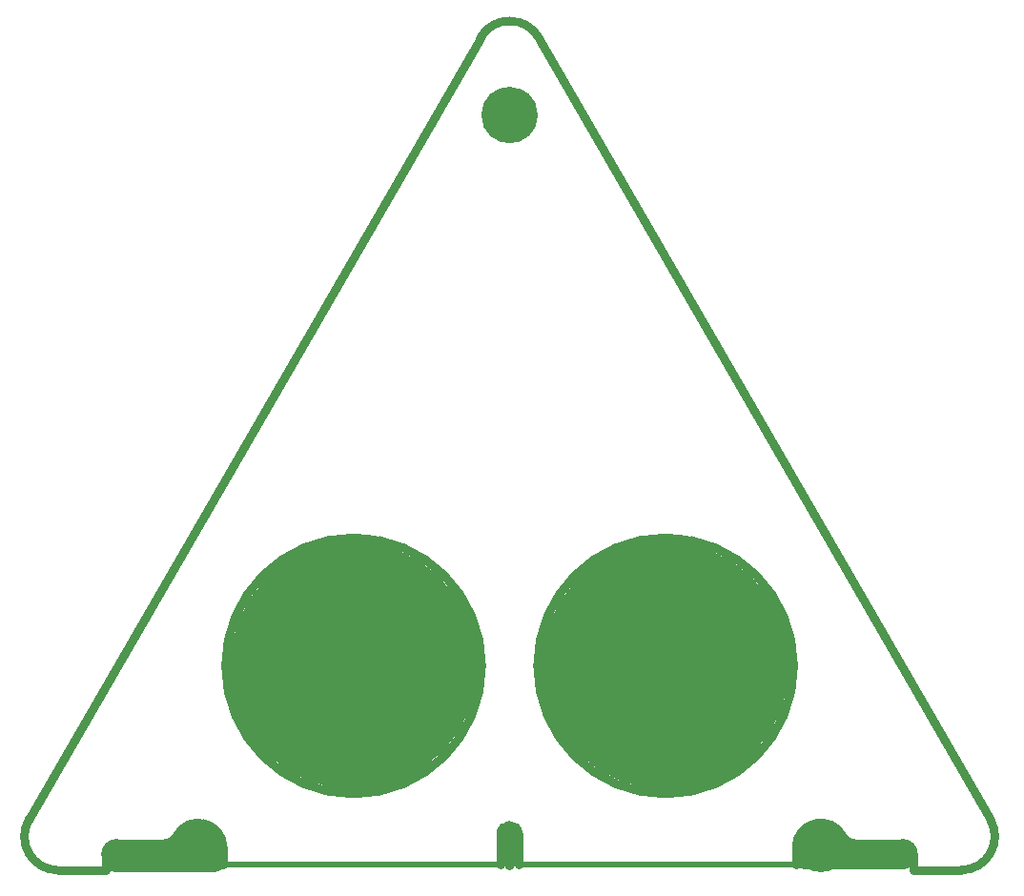
<source format=gko>
G04*
G04 #@! TF.GenerationSoftware,Altium Limited,Altium Designer,19.0.12 (326)*
G04*
G04 Layer_Color=16711935*
%FSLAX44Y44*%
%MOMM*%
G71*
G01*
G75*
%ADD19C,0.0500*%
%ADD147C,0.5000*%
%ADD149C,2.1000*%
%ADD150C,2.0000*%
%ADD151C,10.0000*%
%ADD152C,0.8000*%
%ADD153C,2.4000*%
%ADD154C,0.9000*%
D19*
X422136Y640793D02*
G03*
X422136Y640793I-21250J0D01*
G01*
X426867Y709393D02*
G03*
X374905Y709393I-25981J-15000D01*
G01*
X-25992Y15018D02*
G03*
X-11Y-29982I25981J-15000D01*
G01*
X376136Y151476D02*
G03*
X376136Y151476I-113750J0D01*
G01*
X653136D02*
G03*
X653136Y151476I-113750J0D01*
G01*
X801784Y-29982D02*
G03*
X827764Y15018I0J30000D01*
G01*
X759783Y-15982D02*
G03*
X749783Y-5982I-10000J0D01*
G01*
X697066Y-357D02*
G03*
X655284Y-9982I-19783J-9625D01*
G01*
X697066Y-357D02*
G03*
X706059Y-5982I8992J4375D01*
G01*
X408886Y2018D02*
G03*
X392886Y2018I-8000J0D01*
G01*
X146489Y-9982D02*
G03*
X104706Y-357I-22000J0D01*
G01*
X95714Y-5982D02*
G03*
X104706Y-357I0J10000D01*
G01*
X51989Y-5982D02*
G03*
X41989Y-15982I0J-10000D01*
G01*
X-25992Y15018D02*
X374905Y709393D01*
X-11Y-29982D02*
X41989D01*
X426867Y709393D02*
X827764Y15018D01*
X759783Y-29982D02*
X801784D01*
X759783D02*
Y-15982D01*
X706059Y-5982D02*
X749783D01*
X655284Y-24982D02*
Y-9982D01*
X408886Y-24982D02*
X655284D01*
X408886D02*
Y2018D01*
X392886Y-24982D02*
Y2018D01*
X146489Y-24982D02*
X392886D01*
X51989Y-5982D02*
X95714D01*
X146489Y-24982D02*
Y-9982D01*
X41989Y-29982D02*
Y-15982D01*
D147*
X408886Y-24982D02*
X655284D01*
X146489D02*
X392886D01*
D149*
X688500Y-10250D02*
G03*
X688500Y-10250I-11000J0D01*
G01*
X135000Y-9500D02*
G03*
X135000Y-9500I-11000J0D01*
G01*
D150*
X549140Y149290D02*
G03*
X549140Y149290I-10000J0D01*
G01*
X273390Y152540D02*
G03*
X273390Y152540I-10000J0D01*
G01*
X410890Y640790D02*
G03*
X410890Y640790I-10000J0D01*
G01*
D151*
X599390Y151480D02*
G03*
X599390Y151480I-60000J0D01*
G01*
X322390D02*
G03*
X322390Y151480I-60000J0D01*
G01*
D152*
X422140Y640790D02*
G03*
X422140Y640790I-21250J0D01*
G01*
X376140Y151480D02*
G03*
X376140Y151480I-113750J0D01*
G01*
X653140D02*
G03*
X653140Y151480I-113750J0D01*
G01*
X426867Y709393D02*
G03*
X374905Y709393I-25981J-15000D01*
G01*
X801784Y-29982D02*
G03*
X827764Y15018I0J30000D01*
G01*
X759783Y-15982D02*
G03*
X749783Y-5982I-10000J0D01*
G01*
X697066Y-357D02*
G03*
X706059Y-5982I8992J4375D01*
G01*
X697066Y-357D02*
G03*
X655284Y-9982I-19783J-9625D01*
G01*
X408886Y2018D02*
G03*
X392886Y2018I-8000J0D01*
G01*
X146489Y-9982D02*
G03*
X104706Y-357I-22000J0D01*
G01*
X95714Y-5982D02*
G03*
X104706Y-357I0J10000D01*
G01*
X51989Y-5982D02*
G03*
X41989Y-15982I0J-10000D01*
G01*
X-25992Y15018D02*
G03*
X-11Y-29982I25981J-15000D01*
G01*
X426867Y709393D02*
X827764Y15018D01*
X759783Y-29982D02*
X801784D01*
X759783D02*
Y-15982D01*
X706059Y-5982D02*
X749783D01*
X655284Y-24982D02*
Y-9982D01*
X408886Y-24982D02*
Y2018D01*
X392886Y-24982D02*
Y2018D01*
X146489Y-24982D02*
Y-9982D01*
X-25992Y15018D02*
X374905Y709393D01*
X51989Y-5982D02*
X95714D01*
X41989Y-29982D02*
Y-15982D01*
X-11Y-29982D02*
X41989D01*
D153*
X51482Y-20000D02*
X138250D01*
X663482Y-17500D02*
X750250D01*
D154*
X400750Y-24732D02*
Y2268D01*
M02*

</source>
